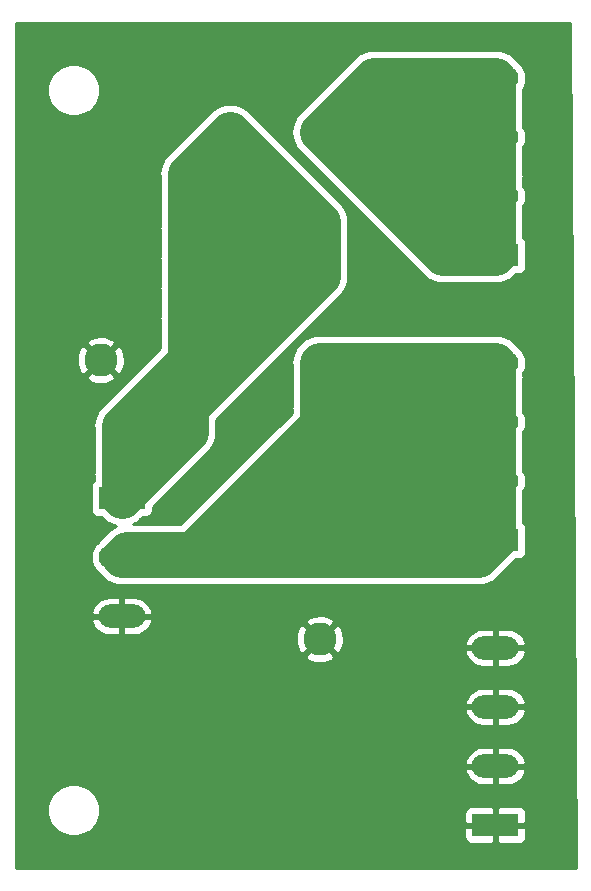
<source format=gbr>
%TF.GenerationSoftware,KiCad,Pcbnew,(5.1.10)-1*%
%TF.CreationDate,2021-10-01T01:20:56-04:00*%
%TF.ProjectId,Circuit Protector,43697263-7569-4742-9050-726f74656374,rev?*%
%TF.SameCoordinates,Original*%
%TF.FileFunction,Copper,L1,Top*%
%TF.FilePolarity,Positive*%
%FSLAX46Y46*%
G04 Gerber Fmt 4.6, Leading zero omitted, Abs format (unit mm)*
G04 Created by KiCad (PCBNEW (5.1.10)-1) date 2021-10-01 01:20:56*
%MOMM*%
%LPD*%
G01*
G04 APERTURE LIST*
%TA.AperFunction,ComponentPad*%
%ADD10R,3.960000X1.980000*%
%TD*%
%TA.AperFunction,ComponentPad*%
%ADD11O,3.960000X1.980000*%
%TD*%
%TA.AperFunction,ComponentPad*%
%ADD12C,2.800000*%
%TD*%
%TA.AperFunction,ComponentPad*%
%ADD13C,1.600000*%
%TD*%
%TA.AperFunction,ComponentPad*%
%ADD14O,1.600000X1.600000*%
%TD*%
%TA.AperFunction,Conductor*%
%ADD15C,3.500000*%
%TD*%
%TA.AperFunction,Conductor*%
%ADD16C,0.254000*%
%TD*%
%TA.AperFunction,Conductor*%
%ADD17C,0.100000*%
%TD*%
G04 APERTURE END LIST*
D10*
%TO.P,Ground,1*%
%TO.N,Net-(Ground1-Pad1)*%
X203835000Y-138430000D03*
D11*
%TO.P,Ground,2*%
X203835000Y-133430000D03*
%TO.P,Ground,4*%
X203835000Y-123430000D03*
%TO.P,Ground,3*%
X203835000Y-128430000D03*
%TD*%
D10*
%TO.P,Input,1*%
%TO.N,Net-(Input1-Pad1)*%
X172212000Y-110744000D03*
D11*
%TO.P,Input,2*%
%TO.N,Net-(Input1-Pad2)*%
X172212000Y-115744000D03*
%TO.P,Input,3*%
%TO.N,Net-(Ground1-Pad1)*%
X172212000Y-120744000D03*
%TD*%
D10*
%TO.P,Line,1*%
%TO.N,Net-(Line1-Pad1)*%
X203835000Y-90170000D03*
D11*
%TO.P,Line,2*%
X203835000Y-85170000D03*
%TO.P,Line,4*%
X203835000Y-75170000D03*
%TO.P,Line,3*%
X203835000Y-80170000D03*
%TD*%
%TO.P,Neutral,3*%
%TO.N,Net-(Input1-Pad2)*%
X203835000Y-104300000D03*
%TO.P,Neutral,4*%
X203835000Y-99300000D03*
%TO.P,Neutral,2*%
X203835000Y-109300000D03*
D10*
%TO.P,Neutral,1*%
X203835000Y-114300000D03*
%TD*%
D12*
%TO.P,MOV,1*%
%TO.N,Net-(Input1-Pad1)*%
X188976000Y-91948000D03*
%TO.P,MOV,2*%
%TO.N,Net-(Input1-Pad2)*%
X188976000Y-99318000D03*
%TD*%
%TO.P,MOV,2*%
%TO.N,Net-(Ground1-Pad1)*%
X188976000Y-122686000D03*
%TO.P,MOV,1*%
%TO.N,Net-(Input1-Pad2)*%
X188976000Y-115316000D03*
%TD*%
%TO.P,MOV,1*%
%TO.N,Net-(Input1-Pad1)*%
X177800000Y-99060000D03*
%TO.P,MOV,2*%
%TO.N,Net-(Ground1-Pad1)*%
X170430000Y-99060000D03*
%TD*%
D13*
%TO.P,NTC,1*%
%TO.N,Net-(Line1-Pad1)*%
X188976000Y-79756000D03*
D14*
%TO.P,NTC,2*%
%TO.N,Net-(Input1-Pad1)*%
X181356000Y-79756000D03*
%TD*%
D15*
%TO.N,Net-(Input1-Pad1)*%
X172212000Y-108712000D02*
X188976000Y-91948000D01*
X172212000Y-110744000D02*
X172212000Y-108712000D01*
X172212000Y-104648000D02*
X177800000Y-99060000D01*
X172212000Y-110744000D02*
X172212000Y-104648000D01*
X177800000Y-105156000D02*
X172212000Y-110744000D01*
X177800000Y-99060000D02*
X177800000Y-105156000D01*
X177800000Y-83312000D02*
X181356000Y-79756000D01*
X181356000Y-84328000D02*
X188976000Y-91948000D01*
X181356000Y-79756000D02*
X181356000Y-84328000D01*
X188976000Y-87376000D02*
X181356000Y-79756000D01*
X188976000Y-91948000D02*
X188976000Y-87376000D01*
X184912000Y-91948000D02*
X177800000Y-99060000D01*
X188976000Y-91948000D02*
X184912000Y-91948000D01*
X181356000Y-95504000D02*
X177800000Y-99060000D01*
X181356000Y-79756000D02*
X181356000Y-95504000D01*
X185420000Y-91948000D02*
X181356000Y-87884000D01*
X188976000Y-91948000D02*
X185420000Y-91948000D01*
X181356000Y-84328000D02*
X177800000Y-87884000D01*
X177800000Y-87884000D02*
X177800000Y-83312000D01*
X181356000Y-89408000D02*
X177800000Y-92964000D01*
X181356000Y-79756000D02*
X181356000Y-89408000D01*
X177800000Y-99060000D02*
X177800000Y-92964000D01*
X181356000Y-91948000D02*
X177800000Y-95504000D01*
X181356000Y-79756000D02*
X181356000Y-91948000D01*
X181356000Y-86868000D02*
X177800000Y-90424000D01*
X181356000Y-79756000D02*
X181356000Y-86868000D01*
X177800000Y-90424000D02*
X177800000Y-87884000D01*
X177800000Y-92964000D02*
X177800000Y-90424000D01*
%TO.N,Net-(Input1-Pad2)*%
X188548000Y-115744000D02*
X188976000Y-115316000D01*
X172212000Y-115744000D02*
X188548000Y-115744000D01*
X202391000Y-115744000D02*
X203835000Y-114300000D01*
X203835000Y-114300000D02*
X203835000Y-99300000D01*
X188994000Y-99300000D02*
X188976000Y-99318000D01*
X203835000Y-99300000D02*
X188994000Y-99300000D01*
X188976000Y-104488000D02*
X177720000Y-115744000D01*
X188976000Y-99318000D02*
X188976000Y-104488000D01*
X172212000Y-115744000D02*
X177720000Y-115744000D01*
X172640000Y-115316000D02*
X172212000Y-115744000D01*
X203835000Y-99300000D02*
X197880000Y-99300000D01*
X181864000Y-115316000D02*
X172640000Y-115316000D01*
X201944000Y-99300000D02*
X185928000Y-115316000D01*
X203835000Y-99300000D02*
X201944000Y-99300000D01*
X185928000Y-115316000D02*
X181864000Y-115316000D01*
X188976000Y-115316000D02*
X185928000Y-115316000D01*
X203835000Y-100457000D02*
X188976000Y-115316000D01*
X203835000Y-99300000D02*
X203835000Y-100457000D01*
X203835000Y-104521000D02*
X192612000Y-115744000D01*
X203835000Y-104300000D02*
X203835000Y-104521000D01*
X177720000Y-115744000D02*
X192612000Y-115744000D01*
X202104000Y-109300000D02*
X195660000Y-115744000D01*
X203835000Y-109300000D02*
X202104000Y-109300000D01*
X195660000Y-115744000D02*
X202391000Y-115744000D01*
X192612000Y-115744000D02*
X195660000Y-115744000D01*
X203835000Y-114177000D02*
X188976000Y-99318000D01*
X203835000Y-114300000D02*
X203835000Y-114177000D01*
X189992000Y-114300000D02*
X188976000Y-115316000D01*
X203835000Y-114300000D02*
X189992000Y-114300000D01*
X192282000Y-99318000D02*
X195072000Y-102108000D01*
X188976000Y-99318000D02*
X192282000Y-99318000D01*
X197880000Y-99300000D02*
X195072000Y-102108000D01*
X188976000Y-103124000D02*
X191516000Y-105664000D01*
X188976000Y-99318000D02*
X188976000Y-103124000D01*
X191516000Y-105664000D02*
X181864000Y-115316000D01*
X195072000Y-102108000D02*
X191516000Y-105664000D01*
%TO.N,Net-(Line1-Pad1)*%
X193421000Y-79756000D02*
X203835000Y-90170000D01*
X188976000Y-79756000D02*
X193421000Y-79756000D01*
X199390000Y-90170000D02*
X188976000Y-79756000D01*
X203835000Y-90170000D02*
X199390000Y-90170000D01*
X203835000Y-85170000D02*
X203835000Y-90170000D01*
X203835000Y-90170000D02*
X203835000Y-75170000D01*
X193562000Y-75170000D02*
X188976000Y-79756000D01*
X189390000Y-80170000D02*
X188976000Y-79756000D01*
X198007000Y-75170000D02*
X193421000Y-79756000D01*
X203835000Y-75170000D02*
X198007000Y-75170000D01*
X203835000Y-80170000D02*
X200566000Y-80170000D01*
X200138000Y-79742000D02*
X200138000Y-75170000D01*
X200566000Y-80170000D02*
X200138000Y-79742000D01*
X200138000Y-75170000D02*
X193562000Y-75170000D01*
X203835000Y-75170000D02*
X200138000Y-75170000D01*
X203835000Y-76045000D02*
X200138000Y-79742000D01*
X203835000Y-75170000D02*
X203835000Y-76045000D01*
X201182000Y-75170000D02*
X196182000Y-80170000D01*
X203835000Y-75170000D02*
X201182000Y-75170000D01*
X196182000Y-80170000D02*
X189390000Y-80170000D01*
X203835000Y-85170000D02*
X202010000Y-85170000D01*
X202010000Y-85170000D02*
X197010000Y-80170000D01*
X197010000Y-80170000D02*
X196182000Y-80170000D01*
X203835000Y-80170000D02*
X197010000Y-80170000D01*
X203835000Y-83439000D02*
X200566000Y-80170000D01*
X203835000Y-85170000D02*
X203835000Y-83439000D01*
%TD*%
D16*
%TO.N,Net-(Ground1-Pad1)*%
X210663385Y-142088000D02*
X163220000Y-142088000D01*
X163220000Y-139420000D01*
X201216928Y-139420000D01*
X201229188Y-139544482D01*
X201265498Y-139664180D01*
X201324463Y-139774494D01*
X201403815Y-139871185D01*
X201500506Y-139950537D01*
X201610820Y-140009502D01*
X201730518Y-140045812D01*
X201855000Y-140058072D01*
X203549250Y-140055000D01*
X203708000Y-139896250D01*
X203708000Y-138557000D01*
X203962000Y-138557000D01*
X203962000Y-139896250D01*
X204120750Y-140055000D01*
X205815000Y-140058072D01*
X205939482Y-140045812D01*
X206059180Y-140009502D01*
X206169494Y-139950537D01*
X206266185Y-139871185D01*
X206345537Y-139774494D01*
X206404502Y-139664180D01*
X206440812Y-139544482D01*
X206453072Y-139420000D01*
X206450000Y-138715750D01*
X206291250Y-138557000D01*
X203962000Y-138557000D01*
X203708000Y-138557000D01*
X201378750Y-138557000D01*
X201220000Y-138715750D01*
X201216928Y-139420000D01*
X163220000Y-139420000D01*
X163220000Y-136939872D01*
X165913000Y-136939872D01*
X165913000Y-137380128D01*
X165998890Y-137811925D01*
X166167369Y-138218669D01*
X166411962Y-138584729D01*
X166723271Y-138896038D01*
X167089331Y-139140631D01*
X167496075Y-139309110D01*
X167927872Y-139395000D01*
X168368128Y-139395000D01*
X168799925Y-139309110D01*
X169206669Y-139140631D01*
X169572729Y-138896038D01*
X169884038Y-138584729D01*
X170128631Y-138218669D01*
X170297110Y-137811925D01*
X170371090Y-137440000D01*
X201216928Y-137440000D01*
X201220000Y-138144250D01*
X201378750Y-138303000D01*
X203708000Y-138303000D01*
X203708000Y-136963750D01*
X203962000Y-136963750D01*
X203962000Y-138303000D01*
X206291250Y-138303000D01*
X206450000Y-138144250D01*
X206453072Y-137440000D01*
X206440812Y-137315518D01*
X206404502Y-137195820D01*
X206345537Y-137085506D01*
X206266185Y-136988815D01*
X206169494Y-136909463D01*
X206059180Y-136850498D01*
X205939482Y-136814188D01*
X205815000Y-136801928D01*
X204120750Y-136805000D01*
X203962000Y-136963750D01*
X203708000Y-136963750D01*
X203549250Y-136805000D01*
X201855000Y-136801928D01*
X201730518Y-136814188D01*
X201610820Y-136850498D01*
X201500506Y-136909463D01*
X201403815Y-136988815D01*
X201324463Y-137085506D01*
X201265498Y-137195820D01*
X201229188Y-137315518D01*
X201216928Y-137440000D01*
X170371090Y-137440000D01*
X170383000Y-137380128D01*
X170383000Y-136939872D01*
X170297110Y-136508075D01*
X170128631Y-136101331D01*
X169884038Y-135735271D01*
X169572729Y-135423962D01*
X169206669Y-135179369D01*
X168799925Y-135010890D01*
X168368128Y-134925000D01*
X167927872Y-134925000D01*
X167496075Y-135010890D01*
X167089331Y-135179369D01*
X166723271Y-135423962D01*
X166411962Y-135735271D01*
X166167369Y-136101331D01*
X165998890Y-136508075D01*
X165913000Y-136939872D01*
X163220000Y-136939872D01*
X163220000Y-133808865D01*
X201264782Y-133808865D01*
X201295095Y-133934528D01*
X201423304Y-134227205D01*
X201606148Y-134489246D01*
X201836601Y-134710581D01*
X202105806Y-134882704D01*
X202403418Y-134999000D01*
X202718000Y-135055000D01*
X203708000Y-135055000D01*
X203708000Y-133557000D01*
X203962000Y-133557000D01*
X203962000Y-135055000D01*
X204952000Y-135055000D01*
X205266582Y-134999000D01*
X205564194Y-134882704D01*
X205833399Y-134710581D01*
X206063852Y-134489246D01*
X206246696Y-134227205D01*
X206374905Y-133934528D01*
X206405218Y-133808865D01*
X206285740Y-133557000D01*
X203962000Y-133557000D01*
X203708000Y-133557000D01*
X201384260Y-133557000D01*
X201264782Y-133808865D01*
X163220000Y-133808865D01*
X163220000Y-133051135D01*
X201264782Y-133051135D01*
X201384260Y-133303000D01*
X203708000Y-133303000D01*
X203708000Y-131805000D01*
X203962000Y-131805000D01*
X203962000Y-133303000D01*
X206285740Y-133303000D01*
X206405218Y-133051135D01*
X206374905Y-132925472D01*
X206246696Y-132632795D01*
X206063852Y-132370754D01*
X205833399Y-132149419D01*
X205564194Y-131977296D01*
X205266582Y-131861000D01*
X204952000Y-131805000D01*
X203962000Y-131805000D01*
X203708000Y-131805000D01*
X202718000Y-131805000D01*
X202403418Y-131861000D01*
X202105806Y-131977296D01*
X201836601Y-132149419D01*
X201606148Y-132370754D01*
X201423304Y-132632795D01*
X201295095Y-132925472D01*
X201264782Y-133051135D01*
X163220000Y-133051135D01*
X163220000Y-128808865D01*
X201264782Y-128808865D01*
X201295095Y-128934528D01*
X201423304Y-129227205D01*
X201606148Y-129489246D01*
X201836601Y-129710581D01*
X202105806Y-129882704D01*
X202403418Y-129999000D01*
X202718000Y-130055000D01*
X203708000Y-130055000D01*
X203708000Y-128557000D01*
X203962000Y-128557000D01*
X203962000Y-130055000D01*
X204952000Y-130055000D01*
X205266582Y-129999000D01*
X205564194Y-129882704D01*
X205833399Y-129710581D01*
X206063852Y-129489246D01*
X206246696Y-129227205D01*
X206374905Y-128934528D01*
X206405218Y-128808865D01*
X206285740Y-128557000D01*
X203962000Y-128557000D01*
X203708000Y-128557000D01*
X201384260Y-128557000D01*
X201264782Y-128808865D01*
X163220000Y-128808865D01*
X163220000Y-128051135D01*
X201264782Y-128051135D01*
X201384260Y-128303000D01*
X203708000Y-128303000D01*
X203708000Y-126805000D01*
X203962000Y-126805000D01*
X203962000Y-128303000D01*
X206285740Y-128303000D01*
X206405218Y-128051135D01*
X206374905Y-127925472D01*
X206246696Y-127632795D01*
X206063852Y-127370754D01*
X205833399Y-127149419D01*
X205564194Y-126977296D01*
X205266582Y-126861000D01*
X204952000Y-126805000D01*
X203962000Y-126805000D01*
X203708000Y-126805000D01*
X202718000Y-126805000D01*
X202403418Y-126861000D01*
X202105806Y-126977296D01*
X201836601Y-127149419D01*
X201606148Y-127370754D01*
X201423304Y-127632795D01*
X201295095Y-127925472D01*
X201264782Y-128051135D01*
X163220000Y-128051135D01*
X163220000Y-124106447D01*
X187735158Y-124106447D01*
X187879135Y-124411770D01*
X188236892Y-124592597D01*
X188623053Y-124700155D01*
X189022777Y-124730310D01*
X189420704Y-124681904D01*
X189801540Y-124556795D01*
X190072865Y-124411770D01*
X190216842Y-124106447D01*
X188976000Y-122865605D01*
X187735158Y-124106447D01*
X163220000Y-124106447D01*
X163220000Y-122732777D01*
X186931690Y-122732777D01*
X186980096Y-123130704D01*
X187105205Y-123511540D01*
X187250230Y-123782865D01*
X187555553Y-123926842D01*
X188796395Y-122686000D01*
X189155605Y-122686000D01*
X190396447Y-123926842D01*
X190646633Y-123808865D01*
X201264782Y-123808865D01*
X201295095Y-123934528D01*
X201423304Y-124227205D01*
X201606148Y-124489246D01*
X201836601Y-124710581D01*
X202105806Y-124882704D01*
X202403418Y-124999000D01*
X202718000Y-125055000D01*
X203708000Y-125055000D01*
X203708000Y-123557000D01*
X203962000Y-123557000D01*
X203962000Y-125055000D01*
X204952000Y-125055000D01*
X205266582Y-124999000D01*
X205564194Y-124882704D01*
X205833399Y-124710581D01*
X206063852Y-124489246D01*
X206246696Y-124227205D01*
X206374905Y-123934528D01*
X206405218Y-123808865D01*
X206285740Y-123557000D01*
X203962000Y-123557000D01*
X203708000Y-123557000D01*
X201384260Y-123557000D01*
X201264782Y-123808865D01*
X190646633Y-123808865D01*
X190701770Y-123782865D01*
X190882597Y-123425108D01*
X190986760Y-123051135D01*
X201264782Y-123051135D01*
X201384260Y-123303000D01*
X203708000Y-123303000D01*
X203708000Y-121805000D01*
X203962000Y-121805000D01*
X203962000Y-123303000D01*
X206285740Y-123303000D01*
X206405218Y-123051135D01*
X206374905Y-122925472D01*
X206246696Y-122632795D01*
X206063852Y-122370754D01*
X205833399Y-122149419D01*
X205564194Y-121977296D01*
X205266582Y-121861000D01*
X204952000Y-121805000D01*
X203962000Y-121805000D01*
X203708000Y-121805000D01*
X202718000Y-121805000D01*
X202403418Y-121861000D01*
X202105806Y-121977296D01*
X201836601Y-122149419D01*
X201606148Y-122370754D01*
X201423304Y-122632795D01*
X201295095Y-122925472D01*
X201264782Y-123051135D01*
X190986760Y-123051135D01*
X190990155Y-123038947D01*
X191020310Y-122639223D01*
X190971904Y-122241296D01*
X190846795Y-121860460D01*
X190701770Y-121589135D01*
X190396447Y-121445158D01*
X189155605Y-122686000D01*
X188796395Y-122686000D01*
X187555553Y-121445158D01*
X187250230Y-121589135D01*
X187069403Y-121946892D01*
X186961845Y-122333053D01*
X186931690Y-122732777D01*
X163220000Y-122732777D01*
X163220000Y-121122865D01*
X169641782Y-121122865D01*
X169672095Y-121248528D01*
X169800304Y-121541205D01*
X169983148Y-121803246D01*
X170213601Y-122024581D01*
X170482806Y-122196704D01*
X170780418Y-122313000D01*
X171095000Y-122369000D01*
X172085000Y-122369000D01*
X172085000Y-120871000D01*
X172339000Y-120871000D01*
X172339000Y-122369000D01*
X173329000Y-122369000D01*
X173643582Y-122313000D01*
X173941194Y-122196704D01*
X174210399Y-122024581D01*
X174440852Y-121803246D01*
X174623696Y-121541205D01*
X174744447Y-121265553D01*
X187735158Y-121265553D01*
X188976000Y-122506395D01*
X190216842Y-121265553D01*
X190072865Y-120960230D01*
X189715108Y-120779403D01*
X189328947Y-120671845D01*
X188929223Y-120641690D01*
X188531296Y-120690096D01*
X188150460Y-120815205D01*
X187879135Y-120960230D01*
X187735158Y-121265553D01*
X174744447Y-121265553D01*
X174751905Y-121248528D01*
X174782218Y-121122865D01*
X174662740Y-120871000D01*
X172339000Y-120871000D01*
X172085000Y-120871000D01*
X169761260Y-120871000D01*
X169641782Y-121122865D01*
X163220000Y-121122865D01*
X163220000Y-120365135D01*
X169641782Y-120365135D01*
X169761260Y-120617000D01*
X172085000Y-120617000D01*
X172085000Y-119119000D01*
X172339000Y-119119000D01*
X172339000Y-120617000D01*
X174662740Y-120617000D01*
X174782218Y-120365135D01*
X174751905Y-120239472D01*
X174623696Y-119946795D01*
X174440852Y-119684754D01*
X174210399Y-119463419D01*
X173941194Y-119291296D01*
X173643582Y-119175000D01*
X173329000Y-119119000D01*
X172339000Y-119119000D01*
X172085000Y-119119000D01*
X171095000Y-119119000D01*
X170780418Y-119175000D01*
X170482806Y-119291296D01*
X170213601Y-119463419D01*
X169983148Y-119684754D01*
X169800304Y-119946795D01*
X169672095Y-120239472D01*
X169641782Y-120365135D01*
X163220000Y-120365135D01*
X163220000Y-115744000D01*
X169589138Y-115744000D01*
X169620513Y-116062556D01*
X169713432Y-116368869D01*
X169864325Y-116651170D01*
X170067392Y-116898608D01*
X170169714Y-116982581D01*
X170219351Y-117075446D01*
X170517391Y-117438609D01*
X170880554Y-117736649D01*
X171294884Y-117958113D01*
X171744458Y-118094490D01*
X172094843Y-118129000D01*
X172212000Y-118140539D01*
X172329157Y-118129000D01*
X177602843Y-118129000D01*
X177720000Y-118140539D01*
X177837157Y-118129000D01*
X188430843Y-118129000D01*
X188548000Y-118140539D01*
X188665157Y-118129000D01*
X192494843Y-118129000D01*
X192612000Y-118140539D01*
X192729157Y-118129000D01*
X195542843Y-118129000D01*
X195660000Y-118140539D01*
X195777157Y-118129000D01*
X202273843Y-118129000D01*
X202391000Y-118140539D01*
X202508157Y-118129000D01*
X202858542Y-118094490D01*
X203308116Y-117958113D01*
X203722446Y-117736649D01*
X204085609Y-117438609D01*
X204160295Y-117347604D01*
X205438600Y-116069298D01*
X205529609Y-115994609D01*
X205584214Y-115928072D01*
X205815000Y-115928072D01*
X205939482Y-115915812D01*
X206059180Y-115879502D01*
X206169494Y-115820537D01*
X206266185Y-115741185D01*
X206345537Y-115644494D01*
X206404502Y-115534180D01*
X206440812Y-115414482D01*
X206453072Y-115290000D01*
X206453072Y-113310000D01*
X206440812Y-113185518D01*
X206404502Y-113065820D01*
X206345537Y-112955506D01*
X206266185Y-112858815D01*
X206220000Y-112820912D01*
X206220000Y-110137340D01*
X206333568Y-109924869D01*
X206426487Y-109618556D01*
X206457862Y-109300000D01*
X206426487Y-108981444D01*
X206333568Y-108675131D01*
X206220000Y-108462660D01*
X206220000Y-105137340D01*
X206333568Y-104924869D01*
X206426487Y-104618556D01*
X206457862Y-104300000D01*
X206426487Y-103981444D01*
X206333568Y-103675131D01*
X206220000Y-103462660D01*
X206220000Y-100574148D01*
X206231538Y-100457001D01*
X206220000Y-100339854D01*
X206220000Y-100137340D01*
X206333568Y-99924869D01*
X206426487Y-99618556D01*
X206457862Y-99300000D01*
X206426487Y-98981444D01*
X206333568Y-98675131D01*
X206182675Y-98392830D01*
X205979608Y-98145392D01*
X205877286Y-98061419D01*
X205827649Y-97968554D01*
X205529609Y-97605391D01*
X205166446Y-97307351D01*
X204752116Y-97085887D01*
X204302542Y-96949510D01*
X204134914Y-96933000D01*
X203835000Y-96903461D01*
X203717843Y-96915000D01*
X202061146Y-96915000D01*
X201943999Y-96903462D01*
X201826852Y-96915000D01*
X197997157Y-96915000D01*
X197880000Y-96903461D01*
X197762843Y-96915000D01*
X189111157Y-96915000D01*
X188994000Y-96903461D01*
X188876843Y-96915000D01*
X188526458Y-96949510D01*
X188076884Y-97085887D01*
X187662554Y-97307351D01*
X187299391Y-97605391D01*
X187291277Y-97615277D01*
X187281391Y-97623391D01*
X186983351Y-97986554D01*
X186761887Y-98400884D01*
X186625510Y-98850458D01*
X186579461Y-99318000D01*
X186591000Y-99435158D01*
X186591001Y-103006836D01*
X186579461Y-103124000D01*
X186591001Y-103241164D01*
X186591001Y-103500099D01*
X177160101Y-112931000D01*
X173179840Y-112931000D01*
X173543445Y-112736649D01*
X173794384Y-112530709D01*
X173906609Y-112438609D01*
X173961214Y-112372072D01*
X174192000Y-112372072D01*
X174316482Y-112359812D01*
X174436180Y-112323502D01*
X174546494Y-112264537D01*
X174643185Y-112185185D01*
X174722537Y-112088494D01*
X174781502Y-111978180D01*
X174817812Y-111858482D01*
X174830072Y-111734000D01*
X174830072Y-111498827D01*
X179403605Y-106925294D01*
X179494609Y-106850609D01*
X179792649Y-106487446D01*
X180014113Y-106073116D01*
X180150490Y-105623542D01*
X180185000Y-105273157D01*
X180185000Y-105273148D01*
X180196538Y-105156001D01*
X180185000Y-105038854D01*
X180185000Y-104111899D01*
X190579610Y-93717290D01*
X190670609Y-93642609D01*
X190764103Y-93528687D01*
X190968649Y-93279446D01*
X191190113Y-92865116D01*
X191326490Y-92415542D01*
X191329585Y-92384113D01*
X191372539Y-91948000D01*
X191361000Y-91830843D01*
X191361000Y-87493146D01*
X191372538Y-87375999D01*
X191361000Y-87258852D01*
X191361000Y-87258843D01*
X191326490Y-86908458D01*
X191190113Y-86458884D01*
X190968649Y-86044554D01*
X190670609Y-85681391D01*
X190579605Y-85606706D01*
X184728899Y-79756000D01*
X186579461Y-79756000D01*
X186625510Y-80223542D01*
X186761887Y-80673116D01*
X186983351Y-81087446D01*
X187281391Y-81450609D01*
X187372393Y-81525292D01*
X187620706Y-81773605D01*
X187695391Y-81864609D01*
X187786393Y-81939292D01*
X197620710Y-91773610D01*
X197695391Y-91864609D01*
X197786389Y-91939289D01*
X197786392Y-91939292D01*
X198058554Y-92162649D01*
X198472884Y-92384113D01*
X198922458Y-92520490D01*
X199389999Y-92566539D01*
X199507156Y-92555000D01*
X203717842Y-92555000D01*
X203834999Y-92566539D01*
X203835000Y-92566539D01*
X203952157Y-92555000D01*
X204302542Y-92520490D01*
X204752116Y-92384113D01*
X205166446Y-92162649D01*
X205529609Y-91864609D01*
X205584214Y-91798072D01*
X205815000Y-91798072D01*
X205939482Y-91785812D01*
X206059180Y-91749502D01*
X206169494Y-91690537D01*
X206266185Y-91611185D01*
X206345537Y-91514494D01*
X206404502Y-91404180D01*
X206440812Y-91284482D01*
X206453072Y-91160000D01*
X206453072Y-89180000D01*
X206440812Y-89055518D01*
X206404502Y-88935820D01*
X206345537Y-88825506D01*
X206266185Y-88728815D01*
X206220000Y-88690912D01*
X206220000Y-86007340D01*
X206333568Y-85794869D01*
X206426487Y-85488556D01*
X206457862Y-85170000D01*
X206426487Y-84851444D01*
X206333568Y-84545131D01*
X206220000Y-84332660D01*
X206220000Y-83556148D01*
X206231538Y-83438999D01*
X206220000Y-83321850D01*
X206220000Y-81007340D01*
X206333568Y-80794869D01*
X206426487Y-80488556D01*
X206457862Y-80170000D01*
X206426487Y-79851444D01*
X206333568Y-79545131D01*
X206220000Y-79332660D01*
X206220000Y-76162156D01*
X206231539Y-76045000D01*
X206226612Y-75994971D01*
X206333568Y-75794869D01*
X206426487Y-75488556D01*
X206457862Y-75170000D01*
X206426487Y-74851444D01*
X206333568Y-74545131D01*
X206182675Y-74262830D01*
X205979608Y-74015392D01*
X205877286Y-73931419D01*
X205827649Y-73838554D01*
X205529609Y-73475391D01*
X205166446Y-73177351D01*
X204752116Y-72955887D01*
X204302542Y-72819510D01*
X203952157Y-72785000D01*
X203835000Y-72773461D01*
X203717843Y-72785000D01*
X201299157Y-72785000D01*
X201182000Y-72773461D01*
X201064843Y-72785000D01*
X200255157Y-72785000D01*
X200138000Y-72773461D01*
X200020843Y-72785000D01*
X198124146Y-72785000D01*
X198006999Y-72773462D01*
X197889852Y-72785000D01*
X193679146Y-72785000D01*
X193561999Y-72773462D01*
X193444852Y-72785000D01*
X193444843Y-72785000D01*
X193094458Y-72819510D01*
X192644884Y-72955887D01*
X192230554Y-73177351D01*
X191867391Y-73475391D01*
X191792706Y-73566395D01*
X187372395Y-77986706D01*
X187281391Y-78061391D01*
X186983351Y-78424554D01*
X186761887Y-78838884D01*
X186625510Y-79288458D01*
X186579461Y-79756000D01*
X184728899Y-79756000D01*
X183125292Y-78152393D01*
X183050609Y-78061391D01*
X182687445Y-77763351D01*
X182273115Y-77541887D01*
X181823541Y-77405510D01*
X181356000Y-77359461D01*
X180888458Y-77405510D01*
X180438884Y-77541887D01*
X180024554Y-77763351D01*
X179661391Y-78061391D01*
X179586708Y-78152393D01*
X176196390Y-81542711D01*
X176105392Y-81617391D01*
X176030712Y-81708389D01*
X176030708Y-81708393D01*
X175807351Y-81980555D01*
X175585887Y-82394885D01*
X175449510Y-82844459D01*
X175403461Y-83312000D01*
X175415001Y-83429167D01*
X175415000Y-87766843D01*
X175403461Y-87884000D01*
X175415000Y-88001156D01*
X175415000Y-90306843D01*
X175403461Y-90424000D01*
X175415000Y-90541156D01*
X175415000Y-92846843D01*
X175403461Y-92964000D01*
X175415000Y-93081156D01*
X175415001Y-93081166D01*
X175415001Y-95386837D01*
X175403461Y-95504000D01*
X175415001Y-95621163D01*
X175415000Y-98072101D01*
X170608390Y-102878711D01*
X170517392Y-102953391D01*
X170442712Y-103044389D01*
X170442708Y-103044393D01*
X170219351Y-103316555D01*
X169997887Y-103730885D01*
X169861510Y-104180459D01*
X169815461Y-104648000D01*
X169827001Y-104765167D01*
X169827000Y-108594840D01*
X169815461Y-108712000D01*
X169827000Y-108829157D01*
X169827000Y-109264912D01*
X169780815Y-109302815D01*
X169701463Y-109399506D01*
X169642498Y-109509820D01*
X169606188Y-109629518D01*
X169593928Y-109754000D01*
X169593928Y-111734000D01*
X169606188Y-111858482D01*
X169642498Y-111978180D01*
X169701463Y-112088494D01*
X169780815Y-112185185D01*
X169877506Y-112264537D01*
X169987820Y-112323502D01*
X170107518Y-112359812D01*
X170232000Y-112372072D01*
X170462786Y-112372072D01*
X170517391Y-112438609D01*
X170880554Y-112736649D01*
X171294884Y-112958113D01*
X171744458Y-113094490D01*
X171746580Y-113094699D01*
X171722884Y-113101887D01*
X171308554Y-113323351D01*
X170945391Y-113621391D01*
X170870703Y-113712399D01*
X170608397Y-113974705D01*
X170517391Y-114049391D01*
X170219351Y-114412554D01*
X170169714Y-114505419D01*
X170067392Y-114589392D01*
X169864325Y-114836830D01*
X169713432Y-115119131D01*
X169620513Y-115425444D01*
X169589138Y-115744000D01*
X163220000Y-115744000D01*
X163220000Y-100480447D01*
X169189158Y-100480447D01*
X169333135Y-100785770D01*
X169690892Y-100966597D01*
X170077053Y-101074155D01*
X170476777Y-101104310D01*
X170874704Y-101055904D01*
X171255540Y-100930795D01*
X171526865Y-100785770D01*
X171670842Y-100480447D01*
X170430000Y-99239605D01*
X169189158Y-100480447D01*
X163220000Y-100480447D01*
X163220000Y-99106777D01*
X168385690Y-99106777D01*
X168434096Y-99504704D01*
X168559205Y-99885540D01*
X168704230Y-100156865D01*
X169009553Y-100300842D01*
X170250395Y-99060000D01*
X170609605Y-99060000D01*
X171850447Y-100300842D01*
X172155770Y-100156865D01*
X172336597Y-99799108D01*
X172444155Y-99412947D01*
X172474310Y-99013223D01*
X172425904Y-98615296D01*
X172300795Y-98234460D01*
X172155770Y-97963135D01*
X171850447Y-97819158D01*
X170609605Y-99060000D01*
X170250395Y-99060000D01*
X169009553Y-97819158D01*
X168704230Y-97963135D01*
X168523403Y-98320892D01*
X168415845Y-98707053D01*
X168385690Y-99106777D01*
X163220000Y-99106777D01*
X163220000Y-97639553D01*
X169189158Y-97639553D01*
X170430000Y-98880395D01*
X171670842Y-97639553D01*
X171526865Y-97334230D01*
X171169108Y-97153403D01*
X170782947Y-97045845D01*
X170383223Y-97015690D01*
X169985296Y-97064096D01*
X169604460Y-97189205D01*
X169333135Y-97334230D01*
X169189158Y-97639553D01*
X163220000Y-97639553D01*
X163220000Y-75979872D01*
X165913000Y-75979872D01*
X165913000Y-76420128D01*
X165998890Y-76851925D01*
X166167369Y-77258669D01*
X166411962Y-77624729D01*
X166723271Y-77936038D01*
X167089331Y-78180631D01*
X167496075Y-78349110D01*
X167927872Y-78435000D01*
X168368128Y-78435000D01*
X168799925Y-78349110D01*
X169206669Y-78180631D01*
X169572729Y-77936038D01*
X169884038Y-77624729D01*
X170128631Y-77258669D01*
X170297110Y-76851925D01*
X170383000Y-76420128D01*
X170383000Y-75979872D01*
X170297110Y-75548075D01*
X170128631Y-75141331D01*
X169884038Y-74775271D01*
X169572729Y-74463962D01*
X169206669Y-74219369D01*
X168799925Y-74050890D01*
X168368128Y-73965000D01*
X167927872Y-73965000D01*
X167496075Y-74050890D01*
X167089331Y-74219369D01*
X166723271Y-74463962D01*
X166411962Y-74775271D01*
X166167369Y-75141331D01*
X165998890Y-75548075D01*
X165913000Y-75979872D01*
X163220000Y-75979872D01*
X163220000Y-70510000D01*
X210164584Y-70510000D01*
X210663385Y-142088000D01*
%TA.AperFunction,Conductor*%
D17*
G36*
X210663385Y-142088000D02*
G01*
X163220000Y-142088000D01*
X163220000Y-139420000D01*
X201216928Y-139420000D01*
X201229188Y-139544482D01*
X201265498Y-139664180D01*
X201324463Y-139774494D01*
X201403815Y-139871185D01*
X201500506Y-139950537D01*
X201610820Y-140009502D01*
X201730518Y-140045812D01*
X201855000Y-140058072D01*
X203549250Y-140055000D01*
X203708000Y-139896250D01*
X203708000Y-138557000D01*
X203962000Y-138557000D01*
X203962000Y-139896250D01*
X204120750Y-140055000D01*
X205815000Y-140058072D01*
X205939482Y-140045812D01*
X206059180Y-140009502D01*
X206169494Y-139950537D01*
X206266185Y-139871185D01*
X206345537Y-139774494D01*
X206404502Y-139664180D01*
X206440812Y-139544482D01*
X206453072Y-139420000D01*
X206450000Y-138715750D01*
X206291250Y-138557000D01*
X203962000Y-138557000D01*
X203708000Y-138557000D01*
X201378750Y-138557000D01*
X201220000Y-138715750D01*
X201216928Y-139420000D01*
X163220000Y-139420000D01*
X163220000Y-136939872D01*
X165913000Y-136939872D01*
X165913000Y-137380128D01*
X165998890Y-137811925D01*
X166167369Y-138218669D01*
X166411962Y-138584729D01*
X166723271Y-138896038D01*
X167089331Y-139140631D01*
X167496075Y-139309110D01*
X167927872Y-139395000D01*
X168368128Y-139395000D01*
X168799925Y-139309110D01*
X169206669Y-139140631D01*
X169572729Y-138896038D01*
X169884038Y-138584729D01*
X170128631Y-138218669D01*
X170297110Y-137811925D01*
X170371090Y-137440000D01*
X201216928Y-137440000D01*
X201220000Y-138144250D01*
X201378750Y-138303000D01*
X203708000Y-138303000D01*
X203708000Y-136963750D01*
X203962000Y-136963750D01*
X203962000Y-138303000D01*
X206291250Y-138303000D01*
X206450000Y-138144250D01*
X206453072Y-137440000D01*
X206440812Y-137315518D01*
X206404502Y-137195820D01*
X206345537Y-137085506D01*
X206266185Y-136988815D01*
X206169494Y-136909463D01*
X206059180Y-136850498D01*
X205939482Y-136814188D01*
X205815000Y-136801928D01*
X204120750Y-136805000D01*
X203962000Y-136963750D01*
X203708000Y-136963750D01*
X203549250Y-136805000D01*
X201855000Y-136801928D01*
X201730518Y-136814188D01*
X201610820Y-136850498D01*
X201500506Y-136909463D01*
X201403815Y-136988815D01*
X201324463Y-137085506D01*
X201265498Y-137195820D01*
X201229188Y-137315518D01*
X201216928Y-137440000D01*
X170371090Y-137440000D01*
X170383000Y-137380128D01*
X170383000Y-136939872D01*
X170297110Y-136508075D01*
X170128631Y-136101331D01*
X169884038Y-135735271D01*
X169572729Y-135423962D01*
X169206669Y-135179369D01*
X168799925Y-135010890D01*
X168368128Y-134925000D01*
X167927872Y-134925000D01*
X167496075Y-135010890D01*
X167089331Y-135179369D01*
X166723271Y-135423962D01*
X166411962Y-135735271D01*
X166167369Y-136101331D01*
X165998890Y-136508075D01*
X165913000Y-136939872D01*
X163220000Y-136939872D01*
X163220000Y-133808865D01*
X201264782Y-133808865D01*
X201295095Y-133934528D01*
X201423304Y-134227205D01*
X201606148Y-134489246D01*
X201836601Y-134710581D01*
X202105806Y-134882704D01*
X202403418Y-134999000D01*
X202718000Y-135055000D01*
X203708000Y-135055000D01*
X203708000Y-133557000D01*
X203962000Y-133557000D01*
X203962000Y-135055000D01*
X204952000Y-135055000D01*
X205266582Y-134999000D01*
X205564194Y-134882704D01*
X205833399Y-134710581D01*
X206063852Y-134489246D01*
X206246696Y-134227205D01*
X206374905Y-133934528D01*
X206405218Y-133808865D01*
X206285740Y-133557000D01*
X203962000Y-133557000D01*
X203708000Y-133557000D01*
X201384260Y-133557000D01*
X201264782Y-133808865D01*
X163220000Y-133808865D01*
X163220000Y-133051135D01*
X201264782Y-133051135D01*
X201384260Y-133303000D01*
X203708000Y-133303000D01*
X203708000Y-131805000D01*
X203962000Y-131805000D01*
X203962000Y-133303000D01*
X206285740Y-133303000D01*
X206405218Y-133051135D01*
X206374905Y-132925472D01*
X206246696Y-132632795D01*
X206063852Y-132370754D01*
X205833399Y-132149419D01*
X205564194Y-131977296D01*
X205266582Y-131861000D01*
X204952000Y-131805000D01*
X203962000Y-131805000D01*
X203708000Y-131805000D01*
X202718000Y-131805000D01*
X202403418Y-131861000D01*
X202105806Y-131977296D01*
X201836601Y-132149419D01*
X201606148Y-132370754D01*
X201423304Y-132632795D01*
X201295095Y-132925472D01*
X201264782Y-133051135D01*
X163220000Y-133051135D01*
X163220000Y-128808865D01*
X201264782Y-128808865D01*
X201295095Y-128934528D01*
X201423304Y-129227205D01*
X201606148Y-129489246D01*
X201836601Y-129710581D01*
X202105806Y-129882704D01*
X202403418Y-129999000D01*
X202718000Y-130055000D01*
X203708000Y-130055000D01*
X203708000Y-128557000D01*
X203962000Y-128557000D01*
X203962000Y-130055000D01*
X204952000Y-130055000D01*
X205266582Y-129999000D01*
X205564194Y-129882704D01*
X205833399Y-129710581D01*
X206063852Y-129489246D01*
X206246696Y-129227205D01*
X206374905Y-128934528D01*
X206405218Y-128808865D01*
X206285740Y-128557000D01*
X203962000Y-128557000D01*
X203708000Y-128557000D01*
X201384260Y-128557000D01*
X201264782Y-128808865D01*
X163220000Y-128808865D01*
X163220000Y-128051135D01*
X201264782Y-128051135D01*
X201384260Y-128303000D01*
X203708000Y-128303000D01*
X203708000Y-126805000D01*
X203962000Y-126805000D01*
X203962000Y-128303000D01*
X206285740Y-128303000D01*
X206405218Y-128051135D01*
X206374905Y-127925472D01*
X206246696Y-127632795D01*
X206063852Y-127370754D01*
X205833399Y-127149419D01*
X205564194Y-126977296D01*
X205266582Y-126861000D01*
X204952000Y-126805000D01*
X203962000Y-126805000D01*
X203708000Y-126805000D01*
X202718000Y-126805000D01*
X202403418Y-126861000D01*
X202105806Y-126977296D01*
X201836601Y-127149419D01*
X201606148Y-127370754D01*
X201423304Y-127632795D01*
X201295095Y-127925472D01*
X201264782Y-128051135D01*
X163220000Y-128051135D01*
X163220000Y-124106447D01*
X187735158Y-124106447D01*
X187879135Y-124411770D01*
X188236892Y-124592597D01*
X188623053Y-124700155D01*
X189022777Y-124730310D01*
X189420704Y-124681904D01*
X189801540Y-124556795D01*
X190072865Y-124411770D01*
X190216842Y-124106447D01*
X188976000Y-122865605D01*
X187735158Y-124106447D01*
X163220000Y-124106447D01*
X163220000Y-122732777D01*
X186931690Y-122732777D01*
X186980096Y-123130704D01*
X187105205Y-123511540D01*
X187250230Y-123782865D01*
X187555553Y-123926842D01*
X188796395Y-122686000D01*
X189155605Y-122686000D01*
X190396447Y-123926842D01*
X190646633Y-123808865D01*
X201264782Y-123808865D01*
X201295095Y-123934528D01*
X201423304Y-124227205D01*
X201606148Y-124489246D01*
X201836601Y-124710581D01*
X202105806Y-124882704D01*
X202403418Y-124999000D01*
X202718000Y-125055000D01*
X203708000Y-125055000D01*
X203708000Y-123557000D01*
X203962000Y-123557000D01*
X203962000Y-125055000D01*
X204952000Y-125055000D01*
X205266582Y-124999000D01*
X205564194Y-124882704D01*
X205833399Y-124710581D01*
X206063852Y-124489246D01*
X206246696Y-124227205D01*
X206374905Y-123934528D01*
X206405218Y-123808865D01*
X206285740Y-123557000D01*
X203962000Y-123557000D01*
X203708000Y-123557000D01*
X201384260Y-123557000D01*
X201264782Y-123808865D01*
X190646633Y-123808865D01*
X190701770Y-123782865D01*
X190882597Y-123425108D01*
X190986760Y-123051135D01*
X201264782Y-123051135D01*
X201384260Y-123303000D01*
X203708000Y-123303000D01*
X203708000Y-121805000D01*
X203962000Y-121805000D01*
X203962000Y-123303000D01*
X206285740Y-123303000D01*
X206405218Y-123051135D01*
X206374905Y-122925472D01*
X206246696Y-122632795D01*
X206063852Y-122370754D01*
X205833399Y-122149419D01*
X205564194Y-121977296D01*
X205266582Y-121861000D01*
X204952000Y-121805000D01*
X203962000Y-121805000D01*
X203708000Y-121805000D01*
X202718000Y-121805000D01*
X202403418Y-121861000D01*
X202105806Y-121977296D01*
X201836601Y-122149419D01*
X201606148Y-122370754D01*
X201423304Y-122632795D01*
X201295095Y-122925472D01*
X201264782Y-123051135D01*
X190986760Y-123051135D01*
X190990155Y-123038947D01*
X191020310Y-122639223D01*
X190971904Y-122241296D01*
X190846795Y-121860460D01*
X190701770Y-121589135D01*
X190396447Y-121445158D01*
X189155605Y-122686000D01*
X188796395Y-122686000D01*
X187555553Y-121445158D01*
X187250230Y-121589135D01*
X187069403Y-121946892D01*
X186961845Y-122333053D01*
X186931690Y-122732777D01*
X163220000Y-122732777D01*
X163220000Y-121122865D01*
X169641782Y-121122865D01*
X169672095Y-121248528D01*
X169800304Y-121541205D01*
X169983148Y-121803246D01*
X170213601Y-122024581D01*
X170482806Y-122196704D01*
X170780418Y-122313000D01*
X171095000Y-122369000D01*
X172085000Y-122369000D01*
X172085000Y-120871000D01*
X172339000Y-120871000D01*
X172339000Y-122369000D01*
X173329000Y-122369000D01*
X173643582Y-122313000D01*
X173941194Y-122196704D01*
X174210399Y-122024581D01*
X174440852Y-121803246D01*
X174623696Y-121541205D01*
X174744447Y-121265553D01*
X187735158Y-121265553D01*
X188976000Y-122506395D01*
X190216842Y-121265553D01*
X190072865Y-120960230D01*
X189715108Y-120779403D01*
X189328947Y-120671845D01*
X188929223Y-120641690D01*
X188531296Y-120690096D01*
X188150460Y-120815205D01*
X187879135Y-120960230D01*
X187735158Y-121265553D01*
X174744447Y-121265553D01*
X174751905Y-121248528D01*
X174782218Y-121122865D01*
X174662740Y-120871000D01*
X172339000Y-120871000D01*
X172085000Y-120871000D01*
X169761260Y-120871000D01*
X169641782Y-121122865D01*
X163220000Y-121122865D01*
X163220000Y-120365135D01*
X169641782Y-120365135D01*
X169761260Y-120617000D01*
X172085000Y-120617000D01*
X172085000Y-119119000D01*
X172339000Y-119119000D01*
X172339000Y-120617000D01*
X174662740Y-120617000D01*
X174782218Y-120365135D01*
X174751905Y-120239472D01*
X174623696Y-119946795D01*
X174440852Y-119684754D01*
X174210399Y-119463419D01*
X173941194Y-119291296D01*
X173643582Y-119175000D01*
X173329000Y-119119000D01*
X172339000Y-119119000D01*
X172085000Y-119119000D01*
X171095000Y-119119000D01*
X170780418Y-119175000D01*
X170482806Y-119291296D01*
X170213601Y-119463419D01*
X169983148Y-119684754D01*
X169800304Y-119946795D01*
X169672095Y-120239472D01*
X169641782Y-120365135D01*
X163220000Y-120365135D01*
X163220000Y-115744000D01*
X169589138Y-115744000D01*
X169620513Y-116062556D01*
X169713432Y-116368869D01*
X169864325Y-116651170D01*
X170067392Y-116898608D01*
X170169714Y-116982581D01*
X170219351Y-117075446D01*
X170517391Y-117438609D01*
X170880554Y-117736649D01*
X171294884Y-117958113D01*
X171744458Y-118094490D01*
X172094843Y-118129000D01*
X172212000Y-118140539D01*
X172329157Y-118129000D01*
X177602843Y-118129000D01*
X177720000Y-118140539D01*
X177837157Y-118129000D01*
X188430843Y-118129000D01*
X188548000Y-118140539D01*
X188665157Y-118129000D01*
X192494843Y-118129000D01*
X192612000Y-118140539D01*
X192729157Y-118129000D01*
X195542843Y-118129000D01*
X195660000Y-118140539D01*
X195777157Y-118129000D01*
X202273843Y-118129000D01*
X202391000Y-118140539D01*
X202508157Y-118129000D01*
X202858542Y-118094490D01*
X203308116Y-117958113D01*
X203722446Y-117736649D01*
X204085609Y-117438609D01*
X204160295Y-117347604D01*
X205438600Y-116069298D01*
X205529609Y-115994609D01*
X205584214Y-115928072D01*
X205815000Y-115928072D01*
X205939482Y-115915812D01*
X206059180Y-115879502D01*
X206169494Y-115820537D01*
X206266185Y-115741185D01*
X206345537Y-115644494D01*
X206404502Y-115534180D01*
X206440812Y-115414482D01*
X206453072Y-115290000D01*
X206453072Y-113310000D01*
X206440812Y-113185518D01*
X206404502Y-113065820D01*
X206345537Y-112955506D01*
X206266185Y-112858815D01*
X206220000Y-112820912D01*
X206220000Y-110137340D01*
X206333568Y-109924869D01*
X206426487Y-109618556D01*
X206457862Y-109300000D01*
X206426487Y-108981444D01*
X206333568Y-108675131D01*
X206220000Y-108462660D01*
X206220000Y-105137340D01*
X206333568Y-104924869D01*
X206426487Y-104618556D01*
X206457862Y-104300000D01*
X206426487Y-103981444D01*
X206333568Y-103675131D01*
X206220000Y-103462660D01*
X206220000Y-100574148D01*
X206231538Y-100457001D01*
X206220000Y-100339854D01*
X206220000Y-100137340D01*
X206333568Y-99924869D01*
X206426487Y-99618556D01*
X206457862Y-99300000D01*
X206426487Y-98981444D01*
X206333568Y-98675131D01*
X206182675Y-98392830D01*
X205979608Y-98145392D01*
X205877286Y-98061419D01*
X205827649Y-97968554D01*
X205529609Y-97605391D01*
X205166446Y-97307351D01*
X204752116Y-97085887D01*
X204302542Y-96949510D01*
X204134914Y-96933000D01*
X203835000Y-96903461D01*
X203717843Y-96915000D01*
X202061146Y-96915000D01*
X201943999Y-96903462D01*
X201826852Y-96915000D01*
X197997157Y-96915000D01*
X197880000Y-96903461D01*
X197762843Y-96915000D01*
X189111157Y-96915000D01*
X188994000Y-96903461D01*
X188876843Y-96915000D01*
X188526458Y-96949510D01*
X188076884Y-97085887D01*
X187662554Y-97307351D01*
X187299391Y-97605391D01*
X187291277Y-97615277D01*
X187281391Y-97623391D01*
X186983351Y-97986554D01*
X186761887Y-98400884D01*
X186625510Y-98850458D01*
X186579461Y-99318000D01*
X186591000Y-99435158D01*
X186591001Y-103006836D01*
X186579461Y-103124000D01*
X186591001Y-103241164D01*
X186591001Y-103500099D01*
X177160101Y-112931000D01*
X173179840Y-112931000D01*
X173543445Y-112736649D01*
X173794384Y-112530709D01*
X173906609Y-112438609D01*
X173961214Y-112372072D01*
X174192000Y-112372072D01*
X174316482Y-112359812D01*
X174436180Y-112323502D01*
X174546494Y-112264537D01*
X174643185Y-112185185D01*
X174722537Y-112088494D01*
X174781502Y-111978180D01*
X174817812Y-111858482D01*
X174830072Y-111734000D01*
X174830072Y-111498827D01*
X179403605Y-106925294D01*
X179494609Y-106850609D01*
X179792649Y-106487446D01*
X180014113Y-106073116D01*
X180150490Y-105623542D01*
X180185000Y-105273157D01*
X180185000Y-105273148D01*
X180196538Y-105156001D01*
X180185000Y-105038854D01*
X180185000Y-104111899D01*
X190579610Y-93717290D01*
X190670609Y-93642609D01*
X190764103Y-93528687D01*
X190968649Y-93279446D01*
X191190113Y-92865116D01*
X191326490Y-92415542D01*
X191329585Y-92384113D01*
X191372539Y-91948000D01*
X191361000Y-91830843D01*
X191361000Y-87493146D01*
X191372538Y-87375999D01*
X191361000Y-87258852D01*
X191361000Y-87258843D01*
X191326490Y-86908458D01*
X191190113Y-86458884D01*
X190968649Y-86044554D01*
X190670609Y-85681391D01*
X190579605Y-85606706D01*
X184728899Y-79756000D01*
X186579461Y-79756000D01*
X186625510Y-80223542D01*
X186761887Y-80673116D01*
X186983351Y-81087446D01*
X187281391Y-81450609D01*
X187372393Y-81525292D01*
X187620706Y-81773605D01*
X187695391Y-81864609D01*
X187786393Y-81939292D01*
X197620710Y-91773610D01*
X197695391Y-91864609D01*
X197786389Y-91939289D01*
X197786392Y-91939292D01*
X198058554Y-92162649D01*
X198472884Y-92384113D01*
X198922458Y-92520490D01*
X199389999Y-92566539D01*
X199507156Y-92555000D01*
X203717842Y-92555000D01*
X203834999Y-92566539D01*
X203835000Y-92566539D01*
X203952157Y-92555000D01*
X204302542Y-92520490D01*
X204752116Y-92384113D01*
X205166446Y-92162649D01*
X205529609Y-91864609D01*
X205584214Y-91798072D01*
X205815000Y-91798072D01*
X205939482Y-91785812D01*
X206059180Y-91749502D01*
X206169494Y-91690537D01*
X206266185Y-91611185D01*
X206345537Y-91514494D01*
X206404502Y-91404180D01*
X206440812Y-91284482D01*
X206453072Y-91160000D01*
X206453072Y-89180000D01*
X206440812Y-89055518D01*
X206404502Y-88935820D01*
X206345537Y-88825506D01*
X206266185Y-88728815D01*
X206220000Y-88690912D01*
X206220000Y-86007340D01*
X206333568Y-85794869D01*
X206426487Y-85488556D01*
X206457862Y-85170000D01*
X206426487Y-84851444D01*
X206333568Y-84545131D01*
X206220000Y-84332660D01*
X206220000Y-83556148D01*
X206231538Y-83438999D01*
X206220000Y-83321850D01*
X206220000Y-81007340D01*
X206333568Y-80794869D01*
X206426487Y-80488556D01*
X206457862Y-80170000D01*
X206426487Y-79851444D01*
X206333568Y-79545131D01*
X206220000Y-79332660D01*
X206220000Y-76162156D01*
X206231539Y-76045000D01*
X206226612Y-75994971D01*
X206333568Y-75794869D01*
X206426487Y-75488556D01*
X206457862Y-75170000D01*
X206426487Y-74851444D01*
X206333568Y-74545131D01*
X206182675Y-74262830D01*
X205979608Y-74015392D01*
X205877286Y-73931419D01*
X205827649Y-73838554D01*
X205529609Y-73475391D01*
X205166446Y-73177351D01*
X204752116Y-72955887D01*
X204302542Y-72819510D01*
X203952157Y-72785000D01*
X203835000Y-72773461D01*
X203717843Y-72785000D01*
X201299157Y-72785000D01*
X201182000Y-72773461D01*
X201064843Y-72785000D01*
X200255157Y-72785000D01*
X200138000Y-72773461D01*
X200020843Y-72785000D01*
X198124146Y-72785000D01*
X198006999Y-72773462D01*
X197889852Y-72785000D01*
X193679146Y-72785000D01*
X193561999Y-72773462D01*
X193444852Y-72785000D01*
X193444843Y-72785000D01*
X193094458Y-72819510D01*
X192644884Y-72955887D01*
X192230554Y-73177351D01*
X191867391Y-73475391D01*
X191792706Y-73566395D01*
X187372395Y-77986706D01*
X187281391Y-78061391D01*
X186983351Y-78424554D01*
X186761887Y-78838884D01*
X186625510Y-79288458D01*
X186579461Y-79756000D01*
X184728899Y-79756000D01*
X183125292Y-78152393D01*
X183050609Y-78061391D01*
X182687445Y-77763351D01*
X182273115Y-77541887D01*
X181823541Y-77405510D01*
X181356000Y-77359461D01*
X180888458Y-77405510D01*
X180438884Y-77541887D01*
X180024554Y-77763351D01*
X179661391Y-78061391D01*
X179586708Y-78152393D01*
X176196390Y-81542711D01*
X176105392Y-81617391D01*
X176030712Y-81708389D01*
X176030708Y-81708393D01*
X175807351Y-81980555D01*
X175585887Y-82394885D01*
X175449510Y-82844459D01*
X175403461Y-83312000D01*
X175415001Y-83429167D01*
X175415000Y-87766843D01*
X175403461Y-87884000D01*
X175415000Y-88001156D01*
X175415000Y-90306843D01*
X175403461Y-90424000D01*
X175415000Y-90541156D01*
X175415000Y-92846843D01*
X175403461Y-92964000D01*
X175415000Y-93081156D01*
X175415001Y-93081166D01*
X175415001Y-95386837D01*
X175403461Y-95504000D01*
X175415001Y-95621163D01*
X175415000Y-98072101D01*
X170608390Y-102878711D01*
X170517392Y-102953391D01*
X170442712Y-103044389D01*
X170442708Y-103044393D01*
X170219351Y-103316555D01*
X169997887Y-103730885D01*
X169861510Y-104180459D01*
X169815461Y-104648000D01*
X169827001Y-104765167D01*
X169827000Y-108594840D01*
X169815461Y-108712000D01*
X169827000Y-108829157D01*
X169827000Y-109264912D01*
X169780815Y-109302815D01*
X169701463Y-109399506D01*
X169642498Y-109509820D01*
X169606188Y-109629518D01*
X169593928Y-109754000D01*
X169593928Y-111734000D01*
X169606188Y-111858482D01*
X169642498Y-111978180D01*
X169701463Y-112088494D01*
X169780815Y-112185185D01*
X169877506Y-112264537D01*
X169987820Y-112323502D01*
X170107518Y-112359812D01*
X170232000Y-112372072D01*
X170462786Y-112372072D01*
X170517391Y-112438609D01*
X170880554Y-112736649D01*
X171294884Y-112958113D01*
X171744458Y-113094490D01*
X171746580Y-113094699D01*
X171722884Y-113101887D01*
X171308554Y-113323351D01*
X170945391Y-113621391D01*
X170870703Y-113712399D01*
X170608397Y-113974705D01*
X170517391Y-114049391D01*
X170219351Y-114412554D01*
X170169714Y-114505419D01*
X170067392Y-114589392D01*
X169864325Y-114836830D01*
X169713432Y-115119131D01*
X169620513Y-115425444D01*
X169589138Y-115744000D01*
X163220000Y-115744000D01*
X163220000Y-100480447D01*
X169189158Y-100480447D01*
X169333135Y-100785770D01*
X169690892Y-100966597D01*
X170077053Y-101074155D01*
X170476777Y-101104310D01*
X170874704Y-101055904D01*
X171255540Y-100930795D01*
X171526865Y-100785770D01*
X171670842Y-100480447D01*
X170430000Y-99239605D01*
X169189158Y-100480447D01*
X163220000Y-100480447D01*
X163220000Y-99106777D01*
X168385690Y-99106777D01*
X168434096Y-99504704D01*
X168559205Y-99885540D01*
X168704230Y-100156865D01*
X169009553Y-100300842D01*
X170250395Y-99060000D01*
X170609605Y-99060000D01*
X171850447Y-100300842D01*
X172155770Y-100156865D01*
X172336597Y-99799108D01*
X172444155Y-99412947D01*
X172474310Y-99013223D01*
X172425904Y-98615296D01*
X172300795Y-98234460D01*
X172155770Y-97963135D01*
X171850447Y-97819158D01*
X170609605Y-99060000D01*
X170250395Y-99060000D01*
X169009553Y-97819158D01*
X168704230Y-97963135D01*
X168523403Y-98320892D01*
X168415845Y-98707053D01*
X168385690Y-99106777D01*
X163220000Y-99106777D01*
X163220000Y-97639553D01*
X169189158Y-97639553D01*
X170430000Y-98880395D01*
X171670842Y-97639553D01*
X171526865Y-97334230D01*
X171169108Y-97153403D01*
X170782947Y-97045845D01*
X170383223Y-97015690D01*
X169985296Y-97064096D01*
X169604460Y-97189205D01*
X169333135Y-97334230D01*
X169189158Y-97639553D01*
X163220000Y-97639553D01*
X163220000Y-75979872D01*
X165913000Y-75979872D01*
X165913000Y-76420128D01*
X165998890Y-76851925D01*
X166167369Y-77258669D01*
X166411962Y-77624729D01*
X166723271Y-77936038D01*
X167089331Y-78180631D01*
X167496075Y-78349110D01*
X167927872Y-78435000D01*
X168368128Y-78435000D01*
X168799925Y-78349110D01*
X169206669Y-78180631D01*
X169572729Y-77936038D01*
X169884038Y-77624729D01*
X170128631Y-77258669D01*
X170297110Y-76851925D01*
X170383000Y-76420128D01*
X170383000Y-75979872D01*
X170297110Y-75548075D01*
X170128631Y-75141331D01*
X169884038Y-74775271D01*
X169572729Y-74463962D01*
X169206669Y-74219369D01*
X168799925Y-74050890D01*
X168368128Y-73965000D01*
X167927872Y-73965000D01*
X167496075Y-74050890D01*
X167089331Y-74219369D01*
X166723271Y-74463962D01*
X166411962Y-74775271D01*
X166167369Y-75141331D01*
X165998890Y-75548075D01*
X165913000Y-75979872D01*
X163220000Y-75979872D01*
X163220000Y-70510000D01*
X210164584Y-70510000D01*
X210663385Y-142088000D01*
G37*
%TD.AperFunction*%
%TD*%
M02*

</source>
